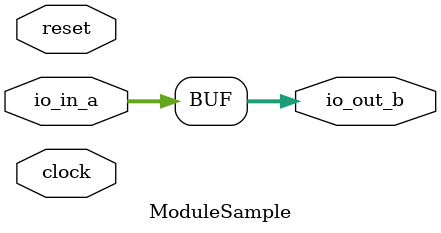
<source format=v>
module ModuleSample(
  input        clock,
  input        reset,
  input  [3:0] io_in_a,
  output [3:0] io_out_b
);
  assign io_out_b = io_in_a; // @[ModuleSample.scala 9:12]
endmodule

</source>
